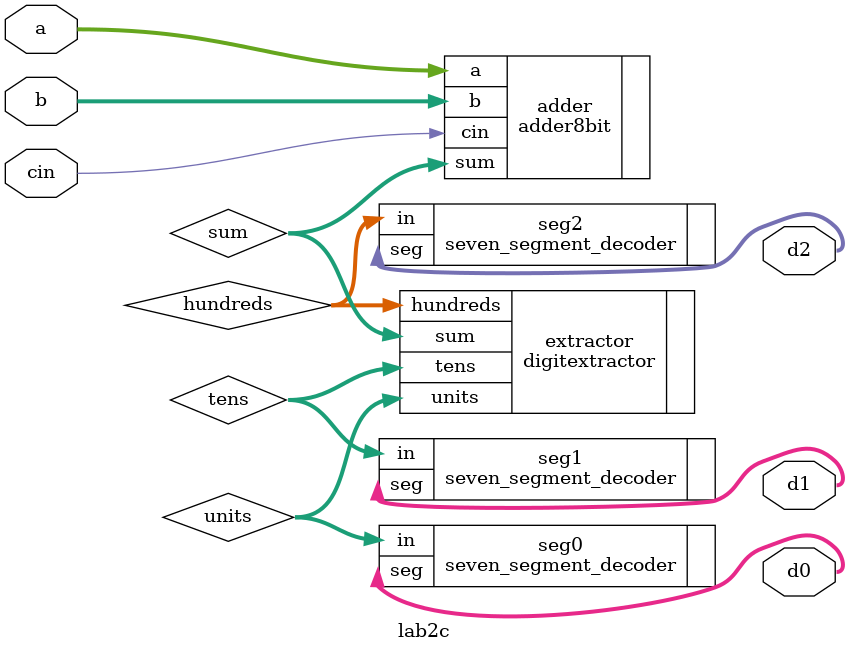
<source format=v>
module lab2c (cin, a, b, d2, d1, d0);
    input cin;
    input [7:0] a, b;
    output [6:0] d2, d1, d0;

    wire [8:0] sum;
    wire [3:0] hundreds, tens, units;

    adder8bit adder (.a(a), .b(b), .cin(cin), .sum(sum));
    digitextractor extractor (.sum(sum), .hundreds(hundreds), .tens(tens), .units(units));
    seven_segment_decoder seg0 (.in(units), .seg(d0));
    seven_segment_decoder seg1 (.in(tens), .seg(d1));
    seven_segment_decoder seg2 (.in(hundreds), .seg(d2));
endmodule
</source>
